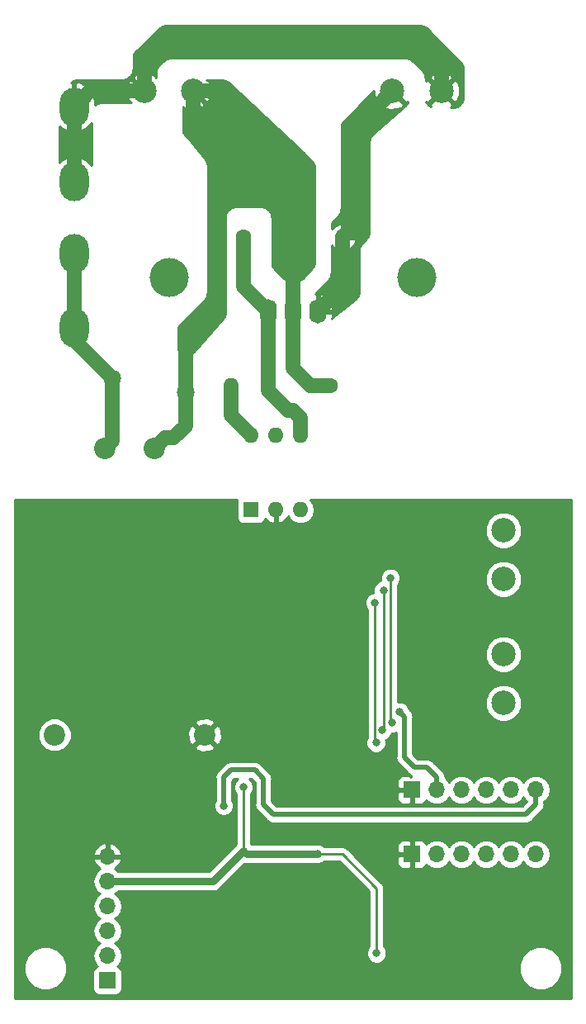
<source format=gbr>
G04 #@! TF.GenerationSoftware,KiCad,Pcbnew,(5.0.1)-4*
G04 #@! TF.CreationDate,2019-02-15T22:12:16-03:00*
G04 #@! TF.ProjectId,reflow,7265666C6F772E6B696361645F706362,rev?*
G04 #@! TF.SameCoordinates,Original*
G04 #@! TF.FileFunction,Copper,L2,Bot,Signal*
G04 #@! TF.FilePolarity,Positive*
%FSLAX46Y46*%
G04 Gerber Fmt 4.6, Leading zero omitted, Abs format (unit mm)*
G04 Created by KiCad (PCBNEW (5.0.1)-4) date 15/2/2019 22:12:16*
%MOMM*%
%LPD*%
G01*
G04 APERTURE LIST*
G04 #@! TA.AperFunction,ComponentPad*
%ADD10C,2.500000*%
G04 #@! TD*
G04 #@! TA.AperFunction,ComponentPad*
%ADD11O,1.700000X1.700000*%
G04 #@! TD*
G04 #@! TA.AperFunction,ComponentPad*
%ADD12R,1.700000X1.700000*%
G04 #@! TD*
G04 #@! TA.AperFunction,ComponentPad*
%ADD13O,1.600000X1.600000*%
G04 #@! TD*
G04 #@! TA.AperFunction,ComponentPad*
%ADD14R,1.600000X1.600000*%
G04 #@! TD*
G04 #@! TA.AperFunction,ComponentPad*
%ADD15O,1.750000X2.500000*%
G04 #@! TD*
G04 #@! TA.AperFunction,ComponentPad*
%ADD16C,4.000000*%
G04 #@! TD*
G04 #@! TA.AperFunction,ComponentPad*
%ADD17C,1.600000*%
G04 #@! TD*
G04 #@! TA.AperFunction,ComponentPad*
%ADD18C,2.200000*%
G04 #@! TD*
G04 #@! TA.AperFunction,ComponentPad*
%ADD19O,3.000000X4.000000*%
G04 #@! TD*
G04 #@! TA.AperFunction,ComponentPad*
%ADD20C,1.800000*%
G04 #@! TD*
G04 #@! TA.AperFunction,ViaPad*
%ADD21C,0.800000*%
G04 #@! TD*
G04 #@! TA.AperFunction,Conductor*
%ADD22C,1.500000*%
G04 #@! TD*
G04 #@! TA.AperFunction,Conductor*
%ADD23C,0.500000*%
G04 #@! TD*
G04 #@! TA.AperFunction,Conductor*
%ADD24C,0.750000*%
G04 #@! TD*
G04 #@! TA.AperFunction,Conductor*
%ADD25C,0.250000*%
G04 #@! TD*
G04 #@! TA.AperFunction,Conductor*
%ADD26C,0.254000*%
G04 #@! TD*
G04 APERTURE END LIST*
D10*
G04 #@! TO.P,J7,2*
G04 #@! TO.N,Net-(C10-Pad2)*
X172720000Y-85932000D03*
G04 #@! TO.P,J7,1*
G04 #@! TO.N,Net-(C10-Pad1)*
X172720000Y-90932000D03*
G04 #@! TD*
D11*
G04 #@! TO.P,J4,6*
G04 #@! TO.N,GND*
X132080000Y-106680000D03*
G04 #@! TO.P,J4,5*
G04 #@! TO.N,VDD*
X132080000Y-109220000D03*
G04 #@! TO.P,J4,4*
G04 #@! TO.N,Net-(J4-Pad4)*
X132080000Y-111760000D03*
G04 #@! TO.P,J4,3*
G04 #@! TO.N,Net-(J4-Pad3)*
X132080000Y-114300000D03*
G04 #@! TO.P,J4,2*
G04 #@! TO.N,Net-(J4-Pad2)*
X132080000Y-116840000D03*
D12*
G04 #@! TO.P,J4,1*
G04 #@! TO.N,Net-(J4-Pad1)*
X132080000Y-119380000D03*
G04 #@! TD*
D10*
G04 #@! TO.P,J1,2*
G04 #@! TO.N,/LOAD*
X161330000Y-28194000D03*
G04 #@! TO.P,J1,1*
G04 #@! TO.N,NEUTRAL*
X166330000Y-28194000D03*
G04 #@! TD*
G04 #@! TO.P,J2,1*
G04 #@! TO.N,LIVE*
X140890000Y-28194000D03*
G04 #@! TO.P,J2,2*
G04 #@! TO.N,NEUTRAL*
X135890000Y-28194000D03*
G04 #@! TD*
D13*
G04 #@! TO.P,U1,6*
G04 #@! TO.N,Net-(R1-Pad2)*
X146812000Y-63500000D03*
G04 #@! TO.P,U1,3*
G04 #@! TO.N,N/C*
X151892000Y-71120000D03*
G04 #@! TO.P,U1,5*
X149352000Y-63500000D03*
G04 #@! TO.P,U1,2*
G04 #@! TO.N,GND*
X149352000Y-71120000D03*
G04 #@! TO.P,U1,4*
G04 #@! TO.N,Net-(D1-Pad3)*
X151892000Y-63500000D03*
D14*
G04 #@! TO.P,U1,1*
G04 #@! TO.N,Net-(R10-Pad1)*
X146812000Y-71120000D03*
G04 #@! TD*
D15*
G04 #@! TO.P,D1,1*
G04 #@! TO.N,/LOAD*
X153670000Y-50800000D03*
G04 #@! TO.P,D1,2*
G04 #@! TO.N,LIVE*
X151130000Y-50800000D03*
G04 #@! TO.P,D1,3*
G04 #@! TO.N,Net-(D1-Pad3)*
X148590000Y-50800000D03*
D16*
G04 #@! TO.P,D1,*
G04 #@! TO.N,*
X163830000Y-47307500D03*
X138430000Y-47310000D03*
G04 #@! TD*
D13*
G04 #@! TO.P,R1,2*
G04 #@! TO.N,Net-(R1-Pad2)*
X144780000Y-58420000D03*
D17*
G04 #@! TO.P,R1,1*
G04 #@! TO.N,LIVE*
X154940000Y-58420000D03*
G04 #@! TD*
G04 #@! TO.P,R2,1*
G04 #@! TO.N,Net-(D1-Pad3)*
X146050000Y-43180000D03*
D13*
G04 #@! TO.P,R2,2*
G04 #@! TO.N,/LOAD*
X156210000Y-43180000D03*
G04 #@! TD*
D18*
G04 #@! TO.P,U2,1*
G04 #@! TO.N,LIVE*
X136866000Y-64802000D03*
G04 #@! TO.P,U2,2*
G04 #@! TO.N,Net-(F1-Pad2)*
X131866000Y-64802000D03*
G04 #@! TO.P,U2,3*
G04 #@! TO.N,GND*
X142066000Y-94202000D03*
G04 #@! TO.P,U2,4*
G04 #@! TO.N,VDD*
X126666000Y-94202000D03*
G04 #@! TD*
D11*
G04 #@! TO.P,J3,6*
G04 #@! TO.N,CS_AUX*
X176022000Y-99822000D03*
G04 #@! TO.P,J3,5*
G04 #@! TO.N,MCLK*
X173482000Y-99822000D03*
G04 #@! TO.P,J3,4*
G04 #@! TO.N,MISO*
X170942000Y-99822000D03*
G04 #@! TO.P,J3,3*
G04 #@! TO.N,MOSI*
X168402000Y-99822000D03*
G04 #@! TO.P,J3,2*
G04 #@! TO.N,VDD*
X165862000Y-99822000D03*
D12*
G04 #@! TO.P,J3,1*
G04 #@! TO.N,GND*
X163322000Y-99822000D03*
G04 #@! TD*
D11*
G04 #@! TO.P,J5,6*
G04 #@! TO.N,Net-(J5-Pad6)*
X176022000Y-106426000D03*
G04 #@! TO.P,J5,5*
G04 #@! TO.N,MCLK*
X173482000Y-106426000D03*
G04 #@! TO.P,J5,4*
G04 #@! TO.N,MISO*
X170942000Y-106426000D03*
G04 #@! TO.P,J5,3*
G04 #@! TO.N,MOSI*
X168402000Y-106426000D03*
G04 #@! TO.P,J5,2*
G04 #@! TO.N,VDD*
X165862000Y-106426000D03*
D12*
G04 #@! TO.P,J5,1*
G04 #@! TO.N,GND*
X163322000Y-106426000D03*
G04 #@! TD*
D10*
G04 #@! TO.P,J6,1*
G04 #@! TO.N,Net-(C4-Pad2)*
X172720000Y-78232000D03*
G04 #@! TO.P,J6,2*
G04 #@! TO.N,Net-(C5-Pad2)*
X172720000Y-73232000D03*
G04 #@! TD*
D19*
G04 #@! TO.P,F1,1*
G04 #@! TO.N,NEUTRAL*
X128651000Y-29831000D03*
X128651000Y-37451000D03*
G04 #@! TO.P,F1,2*
G04 #@! TO.N,Net-(F1-Pad2)*
X128651000Y-44831000D03*
X128651000Y-52451000D03*
G04 #@! TD*
D20*
G04 #@! TO.P,RV1,2*
G04 #@! TO.N,Net-(F1-Pad2)*
X132581000Y-57655000D03*
G04 #@! TO.P,RV1,1*
G04 #@! TO.N,LIVE*
X140081000Y-59055000D03*
G04 #@! TD*
D21*
G04 #@! TO.N,VDD*
X162052000Y-91821000D03*
X153670000Y-106396000D03*
X146050000Y-99554000D03*
X159700000Y-116586000D03*
G04 #@! TO.N,GND*
X156718000Y-94488000D03*
X160655000Y-71374000D03*
X160782000Y-74549000D03*
X157607000Y-78486000D03*
X129794000Y-119253000D03*
X170180000Y-81280000D03*
X177800000Y-81280000D03*
X177800000Y-71120000D03*
X177800000Y-91440000D03*
X177800000Y-114300000D03*
X170180000Y-119380000D03*
X162560000Y-119380000D03*
X147320000Y-119380000D03*
X142240000Y-119380000D03*
X124460000Y-104140000D03*
X137160000Y-104140000D03*
X137160000Y-91440000D03*
X124460000Y-91440000D03*
X124460000Y-78740000D03*
X124460000Y-71120000D03*
X137160000Y-71120000D03*
X137160000Y-78740000D03*
X154940000Y-81280000D03*
G04 #@! TO.N,MOSI*
X159512000Y-80645000D03*
X159639000Y-94996000D03*
G04 #@! TO.N,MISO*
X160401000Y-79375000D03*
X160274000Y-93726000D03*
G04 #@! TO.N,MCLK*
X161126000Y-78105000D03*
X161290000Y-92964000D03*
G04 #@! TO.N,CS_AUX*
X144018000Y-101454000D03*
G04 #@! TD*
D22*
G04 #@! TO.N,Net-(D1-Pad3)*
X151892000Y-63500000D02*
X151892000Y-61722000D01*
X151892000Y-61722000D02*
X151130000Y-60960000D01*
X151130000Y-60960000D02*
X150622000Y-60960000D01*
X148590000Y-58928000D02*
X148590000Y-50800000D01*
X150622000Y-60960000D02*
X148590000Y-58928000D01*
X148590000Y-50800000D02*
X146050000Y-48260000D01*
X146050000Y-48260000D02*
X146050000Y-43180000D01*
G04 #@! TO.N,/LOAD*
X160080001Y-29443999D02*
X160040001Y-29443999D01*
X161330000Y-28194000D02*
X160080001Y-29443999D01*
X160040001Y-29443999D02*
X157226000Y-32258000D01*
X157226000Y-42164000D02*
X156210000Y-43180000D01*
X157226000Y-32258000D02*
X157226000Y-42164000D01*
X156210000Y-48260000D02*
X153670000Y-50800000D01*
X156210000Y-43180000D02*
X156210000Y-48260000D01*
G04 #@! TO.N,Net-(R1-Pad2)*
X144780000Y-61468000D02*
X146812000Y-63500000D01*
X144780000Y-58420000D02*
X144780000Y-61468000D01*
D23*
G04 #@! TO.N,VDD*
X164846000Y-97536000D02*
X165862000Y-98552000D01*
X165862000Y-98552000D02*
X165862000Y-99822000D01*
X163576000Y-97536000D02*
X164846000Y-97536000D01*
D24*
X132080000Y-109220000D02*
X142875000Y-109220000D01*
D25*
X146050000Y-106045000D02*
X146050000Y-99554000D01*
D24*
X142875000Y-109220000D02*
X146050000Y-106045000D01*
D25*
X146401000Y-106396000D02*
X146050000Y-106045000D01*
D24*
X153670000Y-106396000D02*
X146401000Y-106396000D01*
D25*
X153670000Y-106396000D02*
X156180000Y-106396000D01*
X156180000Y-106396000D02*
X159700000Y-109916000D01*
X159700000Y-109916000D02*
X159700000Y-116586000D01*
D23*
X162052000Y-91821000D02*
X162560000Y-92329000D01*
X162560000Y-92329000D02*
X162560000Y-96520000D01*
X162560000Y-96520000D02*
X163576000Y-97536000D01*
D25*
G04 #@! TO.N,MOSI*
X159512000Y-94869000D02*
X159639000Y-94996000D01*
X159512000Y-80645000D02*
X159512000Y-94869000D01*
G04 #@! TO.N,MISO*
X160401000Y-93599000D02*
X160274000Y-93726000D01*
X160401000Y-79375000D02*
X160401000Y-93599000D01*
G04 #@! TO.N,MCLK*
X161126000Y-79756000D02*
X161126000Y-92800000D01*
X161126000Y-92800000D02*
X161290000Y-92964000D01*
X161126000Y-79756000D02*
X161126000Y-78105000D01*
D22*
G04 #@! TO.N,LIVE*
X137965999Y-63702001D02*
X138886001Y-63702001D01*
X136866000Y-64802000D02*
X137965999Y-63702001D01*
X140081000Y-62507002D02*
X140081000Y-59055000D01*
X138886001Y-63702001D02*
X140081000Y-62507002D01*
X154940000Y-58420000D02*
X152908000Y-58420000D01*
X151130000Y-56642000D02*
X151130000Y-50800000D01*
X152908000Y-58420000D02*
X151130000Y-56642000D01*
X142657766Y-28194000D02*
X145959766Y-31496000D01*
X140890000Y-28194000D02*
X142657766Y-28194000D01*
X145959766Y-31496000D02*
X148082000Y-31496000D01*
X151130000Y-34544000D02*
X151130000Y-50800000D01*
X148082000Y-31496000D02*
X151130000Y-34544000D01*
X140081000Y-57782208D02*
X140081000Y-59055000D01*
X140081000Y-54343468D02*
X140081000Y-57782208D01*
X143186234Y-51238234D02*
X140081000Y-54343468D01*
X143186234Y-32258000D02*
X143186234Y-51238234D01*
X140890000Y-29961766D02*
X143186234Y-32258000D01*
X140890000Y-28194000D02*
X140890000Y-29961766D01*
G04 #@! TO.N,Net-(F1-Pad2)*
X128651000Y-44831000D02*
X128651000Y-52451000D01*
X128651000Y-53725000D02*
X132581000Y-57655000D01*
X128651000Y-52451000D02*
X128651000Y-53725000D01*
X132581000Y-64087000D02*
X131866000Y-64802000D01*
X132581000Y-57655000D02*
X132581000Y-64087000D01*
G04 #@! TO.N,NEUTRAL*
X135890000Y-25146000D02*
X135890000Y-28194000D01*
X137668000Y-23368000D02*
X135890000Y-25146000D01*
X163830000Y-23368000D02*
X137668000Y-23368000D01*
X166330000Y-28194000D02*
X166330000Y-25868000D01*
X166330000Y-25868000D02*
X163830000Y-23368000D01*
X130288000Y-28194000D02*
X128651000Y-29831000D01*
X135890000Y-28194000D02*
X130288000Y-28194000D01*
X128651000Y-29831000D02*
X128651000Y-37451000D01*
D23*
G04 #@! TO.N,CS_AUX*
X175006000Y-102362000D02*
X176022000Y-101346000D01*
X149098000Y-102362000D02*
X175006000Y-102362000D01*
X144018000Y-101346000D02*
X144018000Y-98552000D01*
X144780000Y-97790000D02*
X147193000Y-97790000D01*
X176022000Y-101346000D02*
X176022000Y-99822000D01*
X144018000Y-98552000D02*
X144780000Y-97790000D01*
X148082000Y-98679000D02*
X148082000Y-101346000D01*
X147193000Y-97790000D02*
X148082000Y-98679000D01*
X148082000Y-101346000D02*
X149098000Y-102362000D01*
G04 #@! TD*
D26*
G04 #@! TO.N,GND*
G36*
X145364560Y-70320000D02*
X145364560Y-71920000D01*
X145413843Y-72167765D01*
X145554191Y-72377809D01*
X145764235Y-72518157D01*
X146012000Y-72567440D01*
X147612000Y-72567440D01*
X147859765Y-72518157D01*
X148069809Y-72377809D01*
X148210157Y-72167765D01*
X148241013Y-72012639D01*
X148614577Y-72351041D01*
X149002961Y-72511904D01*
X149225000Y-72389915D01*
X149225000Y-71247000D01*
X149205000Y-71247000D01*
X149205000Y-70993000D01*
X149225000Y-70993000D01*
X149225000Y-70973000D01*
X149479000Y-70973000D01*
X149479000Y-70993000D01*
X149499000Y-70993000D01*
X149499000Y-71247000D01*
X149479000Y-71247000D01*
X149479000Y-72389915D01*
X149701039Y-72511904D01*
X150089423Y-72351041D01*
X150504389Y-71975134D01*
X150601053Y-71770892D01*
X150857423Y-72154577D01*
X151332091Y-72471740D01*
X151750667Y-72555000D01*
X152033333Y-72555000D01*
X152451909Y-72471740D01*
X152926577Y-72154577D01*
X153243740Y-71679909D01*
X153355113Y-71120000D01*
X153243740Y-70560091D01*
X152931542Y-70092853D01*
X179630000Y-70092853D01*
X179630001Y-121210000D01*
X122630000Y-121210000D01*
X122630000Y-117665431D01*
X123495000Y-117665431D01*
X123495000Y-118554569D01*
X123835259Y-119376026D01*
X124463974Y-120004741D01*
X125285431Y-120345000D01*
X126174569Y-120345000D01*
X126996026Y-120004741D01*
X127624741Y-119376026D01*
X127965000Y-118554569D01*
X127965000Y-117665431D01*
X127624741Y-116843974D01*
X126996026Y-116215259D01*
X126174569Y-115875000D01*
X125285431Y-115875000D01*
X124463974Y-116215259D01*
X123835259Y-116843974D01*
X123495000Y-117665431D01*
X122630000Y-117665431D01*
X122630000Y-109220000D01*
X130565908Y-109220000D01*
X130681161Y-109799418D01*
X131009375Y-110290625D01*
X131307761Y-110490000D01*
X131009375Y-110689375D01*
X130681161Y-111180582D01*
X130565908Y-111760000D01*
X130681161Y-112339418D01*
X131009375Y-112830625D01*
X131307761Y-113030000D01*
X131009375Y-113229375D01*
X130681161Y-113720582D01*
X130565908Y-114300000D01*
X130681161Y-114879418D01*
X131009375Y-115370625D01*
X131307761Y-115570000D01*
X131009375Y-115769375D01*
X130681161Y-116260582D01*
X130565908Y-116840000D01*
X130681161Y-117419418D01*
X131009375Y-117910625D01*
X131027619Y-117922816D01*
X130982235Y-117931843D01*
X130772191Y-118072191D01*
X130631843Y-118282235D01*
X130582560Y-118530000D01*
X130582560Y-120230000D01*
X130631843Y-120477765D01*
X130772191Y-120687809D01*
X130982235Y-120828157D01*
X131230000Y-120877440D01*
X132930000Y-120877440D01*
X133177765Y-120828157D01*
X133387809Y-120687809D01*
X133528157Y-120477765D01*
X133577440Y-120230000D01*
X133577440Y-118530000D01*
X133528157Y-118282235D01*
X133387809Y-118072191D01*
X133177765Y-117931843D01*
X133132381Y-117922816D01*
X133150625Y-117910625D01*
X133314458Y-117665431D01*
X174295000Y-117665431D01*
X174295000Y-118554569D01*
X174635259Y-119376026D01*
X175263974Y-120004741D01*
X176085431Y-120345000D01*
X176974569Y-120345000D01*
X177796026Y-120004741D01*
X178424741Y-119376026D01*
X178765000Y-118554569D01*
X178765000Y-117665431D01*
X178424741Y-116843974D01*
X177796026Y-116215259D01*
X176974569Y-115875000D01*
X176085431Y-115875000D01*
X175263974Y-116215259D01*
X174635259Y-116843974D01*
X174295000Y-117665431D01*
X133314458Y-117665431D01*
X133478839Y-117419418D01*
X133594092Y-116840000D01*
X133478839Y-116260582D01*
X133150625Y-115769375D01*
X132852239Y-115570000D01*
X133150625Y-115370625D01*
X133478839Y-114879418D01*
X133594092Y-114300000D01*
X133478839Y-113720582D01*
X133150625Y-113229375D01*
X132852239Y-113030000D01*
X133150625Y-112830625D01*
X133478839Y-112339418D01*
X133594092Y-111760000D01*
X133478839Y-111180582D01*
X133150625Y-110689375D01*
X132852239Y-110490000D01*
X133150625Y-110290625D01*
X133191133Y-110230000D01*
X142775529Y-110230000D01*
X142875000Y-110249786D01*
X142974471Y-110230000D01*
X142974476Y-110230000D01*
X143269082Y-110171399D01*
X143603169Y-109948169D01*
X143659518Y-109863837D01*
X146147911Y-107375444D01*
X146301524Y-107406000D01*
X153403771Y-107406000D01*
X153464126Y-107431000D01*
X153875874Y-107431000D01*
X154256280Y-107273431D01*
X154373711Y-107156000D01*
X155865199Y-107156000D01*
X158940000Y-110230802D01*
X158940001Y-115882288D01*
X158822569Y-115999720D01*
X158665000Y-116380126D01*
X158665000Y-116791874D01*
X158822569Y-117172280D01*
X159113720Y-117463431D01*
X159494126Y-117621000D01*
X159905874Y-117621000D01*
X160286280Y-117463431D01*
X160577431Y-117172280D01*
X160735000Y-116791874D01*
X160735000Y-116380126D01*
X160577431Y-115999720D01*
X160460000Y-115882289D01*
X160460000Y-109990848D01*
X160474888Y-109916000D01*
X160460000Y-109841152D01*
X160460000Y-109841148D01*
X160415904Y-109619463D01*
X160415904Y-109619462D01*
X160290329Y-109431527D01*
X160247929Y-109368071D01*
X160184473Y-109325671D01*
X157570552Y-106711750D01*
X161837000Y-106711750D01*
X161837000Y-107402309D01*
X161933673Y-107635698D01*
X162112301Y-107814327D01*
X162345690Y-107911000D01*
X163036250Y-107911000D01*
X163195000Y-107752250D01*
X163195000Y-106553000D01*
X161995750Y-106553000D01*
X161837000Y-106711750D01*
X157570552Y-106711750D01*
X156770331Y-105911530D01*
X156727929Y-105848071D01*
X156476537Y-105680096D01*
X156254852Y-105636000D01*
X156254847Y-105636000D01*
X156180000Y-105621112D01*
X156105153Y-105636000D01*
X154373711Y-105636000D01*
X154256280Y-105518569D01*
X154089994Y-105449691D01*
X161837000Y-105449691D01*
X161837000Y-106140250D01*
X161995750Y-106299000D01*
X163195000Y-106299000D01*
X163195000Y-105099750D01*
X163449000Y-105099750D01*
X163449000Y-106299000D01*
X163469000Y-106299000D01*
X163469000Y-106553000D01*
X163449000Y-106553000D01*
X163449000Y-107752250D01*
X163607750Y-107911000D01*
X164298310Y-107911000D01*
X164531699Y-107814327D01*
X164710327Y-107635698D01*
X164776904Y-107474967D01*
X164791375Y-107496625D01*
X165282582Y-107824839D01*
X165715744Y-107911000D01*
X166008256Y-107911000D01*
X166441418Y-107824839D01*
X166932625Y-107496625D01*
X167132000Y-107198239D01*
X167331375Y-107496625D01*
X167822582Y-107824839D01*
X168255744Y-107911000D01*
X168548256Y-107911000D01*
X168981418Y-107824839D01*
X169472625Y-107496625D01*
X169672000Y-107198239D01*
X169871375Y-107496625D01*
X170362582Y-107824839D01*
X170795744Y-107911000D01*
X171088256Y-107911000D01*
X171521418Y-107824839D01*
X172012625Y-107496625D01*
X172212000Y-107198239D01*
X172411375Y-107496625D01*
X172902582Y-107824839D01*
X173335744Y-107911000D01*
X173628256Y-107911000D01*
X174061418Y-107824839D01*
X174552625Y-107496625D01*
X174752000Y-107198239D01*
X174951375Y-107496625D01*
X175442582Y-107824839D01*
X175875744Y-107911000D01*
X176168256Y-107911000D01*
X176601418Y-107824839D01*
X177092625Y-107496625D01*
X177420839Y-107005418D01*
X177536092Y-106426000D01*
X177420839Y-105846582D01*
X177092625Y-105355375D01*
X176601418Y-105027161D01*
X176168256Y-104941000D01*
X175875744Y-104941000D01*
X175442582Y-105027161D01*
X174951375Y-105355375D01*
X174752000Y-105653761D01*
X174552625Y-105355375D01*
X174061418Y-105027161D01*
X173628256Y-104941000D01*
X173335744Y-104941000D01*
X172902582Y-105027161D01*
X172411375Y-105355375D01*
X172212000Y-105653761D01*
X172012625Y-105355375D01*
X171521418Y-105027161D01*
X171088256Y-104941000D01*
X170795744Y-104941000D01*
X170362582Y-105027161D01*
X169871375Y-105355375D01*
X169672000Y-105653761D01*
X169472625Y-105355375D01*
X168981418Y-105027161D01*
X168548256Y-104941000D01*
X168255744Y-104941000D01*
X167822582Y-105027161D01*
X167331375Y-105355375D01*
X167132000Y-105653761D01*
X166932625Y-105355375D01*
X166441418Y-105027161D01*
X166008256Y-104941000D01*
X165715744Y-104941000D01*
X165282582Y-105027161D01*
X164791375Y-105355375D01*
X164776904Y-105377033D01*
X164710327Y-105216302D01*
X164531699Y-105037673D01*
X164298310Y-104941000D01*
X163607750Y-104941000D01*
X163449000Y-105099750D01*
X163195000Y-105099750D01*
X163036250Y-104941000D01*
X162345690Y-104941000D01*
X162112301Y-105037673D01*
X161933673Y-105216302D01*
X161837000Y-105449691D01*
X154089994Y-105449691D01*
X153875874Y-105361000D01*
X153464126Y-105361000D01*
X153403771Y-105386000D01*
X146824386Y-105386000D01*
X146810000Y-105364470D01*
X146810000Y-100257711D01*
X146927431Y-100140280D01*
X147085000Y-99759874D01*
X147085000Y-99348126D01*
X146927431Y-98967720D01*
X146636280Y-98676569D01*
X146632492Y-98675000D01*
X146826422Y-98675000D01*
X147197000Y-99045579D01*
X147197001Y-101258835D01*
X147179663Y-101346000D01*
X147248348Y-101691309D01*
X147394576Y-101910154D01*
X147394577Y-101910155D01*
X147443952Y-101984049D01*
X147517845Y-102033423D01*
X148410577Y-102926156D01*
X148459951Y-103000049D01*
X148533844Y-103049423D01*
X148533845Y-103049424D01*
X148752690Y-103195652D01*
X149010835Y-103247000D01*
X149010839Y-103247000D01*
X149098000Y-103264337D01*
X149185161Y-103247000D01*
X174918839Y-103247000D01*
X175006000Y-103264337D01*
X175093161Y-103247000D01*
X175093165Y-103247000D01*
X175351310Y-103195652D01*
X175644049Y-103000049D01*
X175693425Y-102926153D01*
X176586156Y-102033423D01*
X176660049Y-101984049D01*
X176709425Y-101910154D01*
X176855652Y-101691310D01*
X176861905Y-101659874D01*
X176907000Y-101433165D01*
X176907000Y-101433161D01*
X176924337Y-101346000D01*
X176907000Y-101258839D01*
X176907000Y-101016656D01*
X177092625Y-100892625D01*
X177420839Y-100401418D01*
X177536092Y-99822000D01*
X177420839Y-99242582D01*
X177092625Y-98751375D01*
X176601418Y-98423161D01*
X176168256Y-98337000D01*
X175875744Y-98337000D01*
X175442582Y-98423161D01*
X174951375Y-98751375D01*
X174752000Y-99049761D01*
X174552625Y-98751375D01*
X174061418Y-98423161D01*
X173628256Y-98337000D01*
X173335744Y-98337000D01*
X172902582Y-98423161D01*
X172411375Y-98751375D01*
X172212000Y-99049761D01*
X172012625Y-98751375D01*
X171521418Y-98423161D01*
X171088256Y-98337000D01*
X170795744Y-98337000D01*
X170362582Y-98423161D01*
X169871375Y-98751375D01*
X169672000Y-99049761D01*
X169472625Y-98751375D01*
X168981418Y-98423161D01*
X168548256Y-98337000D01*
X168255744Y-98337000D01*
X167822582Y-98423161D01*
X167331375Y-98751375D01*
X167132000Y-99049761D01*
X166932625Y-98751375D01*
X166749075Y-98628731D01*
X166764337Y-98552000D01*
X166747000Y-98464839D01*
X166747000Y-98464835D01*
X166695652Y-98206690D01*
X166647957Y-98135310D01*
X166549424Y-97987845D01*
X166549423Y-97987844D01*
X166500049Y-97913951D01*
X166426156Y-97864577D01*
X165533425Y-96971847D01*
X165484049Y-96897951D01*
X165191310Y-96702348D01*
X164933165Y-96651000D01*
X164933161Y-96651000D01*
X164846000Y-96633663D01*
X164758839Y-96651000D01*
X163942579Y-96651000D01*
X163445000Y-96153422D01*
X163445000Y-92416159D01*
X163462337Y-92328999D01*
X163445000Y-92241839D01*
X163445000Y-92241835D01*
X163393652Y-91983690D01*
X163198049Y-91690951D01*
X163124154Y-91641576D01*
X163079431Y-91596853D01*
X162929431Y-91234720D01*
X162638280Y-90943569D01*
X162257874Y-90786000D01*
X161886000Y-90786000D01*
X161886000Y-90557050D01*
X170835000Y-90557050D01*
X170835000Y-91306950D01*
X171121974Y-91999767D01*
X171652233Y-92530026D01*
X172345050Y-92817000D01*
X173094950Y-92817000D01*
X173787767Y-92530026D01*
X174318026Y-91999767D01*
X174605000Y-91306950D01*
X174605000Y-90557050D01*
X174318026Y-89864233D01*
X173787767Y-89333974D01*
X173094950Y-89047000D01*
X172345050Y-89047000D01*
X171652233Y-89333974D01*
X171121974Y-89864233D01*
X170835000Y-90557050D01*
X161886000Y-90557050D01*
X161886000Y-85557050D01*
X170835000Y-85557050D01*
X170835000Y-86306950D01*
X171121974Y-86999767D01*
X171652233Y-87530026D01*
X172345050Y-87817000D01*
X173094950Y-87817000D01*
X173787767Y-87530026D01*
X174318026Y-86999767D01*
X174605000Y-86306950D01*
X174605000Y-85557050D01*
X174318026Y-84864233D01*
X173787767Y-84333974D01*
X173094950Y-84047000D01*
X172345050Y-84047000D01*
X171652233Y-84333974D01*
X171121974Y-84864233D01*
X170835000Y-85557050D01*
X161886000Y-85557050D01*
X161886000Y-78808711D01*
X162003431Y-78691280D01*
X162161000Y-78310874D01*
X162161000Y-77899126D01*
X162143572Y-77857050D01*
X170835000Y-77857050D01*
X170835000Y-78606950D01*
X171121974Y-79299767D01*
X171652233Y-79830026D01*
X172345050Y-80117000D01*
X173094950Y-80117000D01*
X173787767Y-79830026D01*
X174318026Y-79299767D01*
X174605000Y-78606950D01*
X174605000Y-77857050D01*
X174318026Y-77164233D01*
X173787767Y-76633974D01*
X173094950Y-76347000D01*
X172345050Y-76347000D01*
X171652233Y-76633974D01*
X171121974Y-77164233D01*
X170835000Y-77857050D01*
X162143572Y-77857050D01*
X162003431Y-77518720D01*
X161712280Y-77227569D01*
X161331874Y-77070000D01*
X160920126Y-77070000D01*
X160539720Y-77227569D01*
X160248569Y-77518720D01*
X160091000Y-77899126D01*
X160091000Y-78310874D01*
X160116546Y-78372549D01*
X159814720Y-78497569D01*
X159523569Y-78788720D01*
X159366000Y-79169126D01*
X159366000Y-79580874D01*
X159378064Y-79610000D01*
X159306126Y-79610000D01*
X158925720Y-79767569D01*
X158634569Y-80058720D01*
X158477000Y-80439126D01*
X158477000Y-80850874D01*
X158634569Y-81231280D01*
X158752000Y-81348711D01*
X158752001Y-94432819D01*
X158604000Y-94790126D01*
X158604000Y-95201874D01*
X158761569Y-95582280D01*
X159052720Y-95873431D01*
X159433126Y-96031000D01*
X159844874Y-96031000D01*
X160225280Y-95873431D01*
X160516431Y-95582280D01*
X160674000Y-95201874D01*
X160674000Y-94790126D01*
X160635273Y-94696632D01*
X160860280Y-94603431D01*
X161151431Y-94312280D01*
X161281196Y-93999000D01*
X161495874Y-93999000D01*
X161675000Y-93924804D01*
X161675001Y-96432835D01*
X161657663Y-96520000D01*
X161726348Y-96865309D01*
X161872576Y-97084154D01*
X161872578Y-97084156D01*
X161921952Y-97158049D01*
X161995845Y-97207423D01*
X162888577Y-98100156D01*
X162937951Y-98174049D01*
X163011844Y-98223423D01*
X163011845Y-98223424D01*
X163176869Y-98333690D01*
X163194998Y-98345803D01*
X163194998Y-98495748D01*
X163036250Y-98337000D01*
X162345690Y-98337000D01*
X162112301Y-98433673D01*
X161933673Y-98612302D01*
X161837000Y-98845691D01*
X161837000Y-99536250D01*
X161995750Y-99695000D01*
X163195000Y-99695000D01*
X163195000Y-99675000D01*
X163449000Y-99675000D01*
X163449000Y-99695000D01*
X163469000Y-99695000D01*
X163469000Y-99949000D01*
X163449000Y-99949000D01*
X163449000Y-101148250D01*
X163607750Y-101307000D01*
X164298310Y-101307000D01*
X164531699Y-101210327D01*
X164710327Y-101031698D01*
X164776904Y-100870967D01*
X164791375Y-100892625D01*
X165282582Y-101220839D01*
X165715744Y-101307000D01*
X166008256Y-101307000D01*
X166441418Y-101220839D01*
X166932625Y-100892625D01*
X167132000Y-100594239D01*
X167331375Y-100892625D01*
X167822582Y-101220839D01*
X168255744Y-101307000D01*
X168548256Y-101307000D01*
X168981418Y-101220839D01*
X169472625Y-100892625D01*
X169672000Y-100594239D01*
X169871375Y-100892625D01*
X170362582Y-101220839D01*
X170795744Y-101307000D01*
X171088256Y-101307000D01*
X171521418Y-101220839D01*
X172012625Y-100892625D01*
X172212000Y-100594239D01*
X172411375Y-100892625D01*
X172902582Y-101220839D01*
X173335744Y-101307000D01*
X173628256Y-101307000D01*
X174061418Y-101220839D01*
X174552625Y-100892625D01*
X174752000Y-100594239D01*
X174951375Y-100892625D01*
X175114680Y-101001742D01*
X174639422Y-101477000D01*
X149464579Y-101477000D01*
X148967000Y-100979422D01*
X148967000Y-100107750D01*
X161837000Y-100107750D01*
X161837000Y-100798309D01*
X161933673Y-101031698D01*
X162112301Y-101210327D01*
X162345690Y-101307000D01*
X163036250Y-101307000D01*
X163195000Y-101148250D01*
X163195000Y-99949000D01*
X161995750Y-99949000D01*
X161837000Y-100107750D01*
X148967000Y-100107750D01*
X148967000Y-98766161D01*
X148984337Y-98679000D01*
X148967000Y-98591839D01*
X148967000Y-98591835D01*
X148915652Y-98333690D01*
X148783098Y-98135310D01*
X148769424Y-98114845D01*
X148769423Y-98114844D01*
X148720049Y-98040951D01*
X148646156Y-97991577D01*
X147880425Y-97225847D01*
X147831049Y-97151951D01*
X147538310Y-96956348D01*
X147280165Y-96905000D01*
X147280161Y-96905000D01*
X147193000Y-96887663D01*
X147105839Y-96905000D01*
X144867161Y-96905000D01*
X144780000Y-96887663D01*
X144692839Y-96905000D01*
X144692835Y-96905000D01*
X144434690Y-96956348D01*
X144215845Y-97102576D01*
X144215844Y-97102577D01*
X144141951Y-97151951D01*
X144092577Y-97225844D01*
X143453845Y-97864577D01*
X143379952Y-97913951D01*
X143330578Y-97987844D01*
X143330576Y-97987846D01*
X143184348Y-98206691D01*
X143115663Y-98552000D01*
X143133001Y-98639165D01*
X143133000Y-100885993D01*
X142983000Y-101248126D01*
X142983000Y-101659874D01*
X143140569Y-102040280D01*
X143431720Y-102331431D01*
X143812126Y-102489000D01*
X144223874Y-102489000D01*
X144604280Y-102331431D01*
X144895431Y-102040280D01*
X145053000Y-101659874D01*
X145053000Y-101248126D01*
X144903000Y-100885993D01*
X144903000Y-98918578D01*
X145146579Y-98675000D01*
X145467508Y-98675000D01*
X145463720Y-98676569D01*
X145172569Y-98967720D01*
X145015000Y-99348126D01*
X145015000Y-99759874D01*
X145172569Y-100140280D01*
X145290001Y-100257712D01*
X145290000Y-105376645D01*
X142456645Y-108210000D01*
X133191133Y-108210000D01*
X133150625Y-108149375D01*
X132831522Y-107936157D01*
X132961358Y-107875183D01*
X133351645Y-107446924D01*
X133521476Y-107036890D01*
X133400155Y-106807000D01*
X132207000Y-106807000D01*
X132207000Y-106827000D01*
X131953000Y-106827000D01*
X131953000Y-106807000D01*
X130759845Y-106807000D01*
X130638524Y-107036890D01*
X130808355Y-107446924D01*
X131198642Y-107875183D01*
X131328478Y-107936157D01*
X131009375Y-108149375D01*
X130681161Y-108640582D01*
X130565908Y-109220000D01*
X122630000Y-109220000D01*
X122630000Y-106323110D01*
X130638524Y-106323110D01*
X130759845Y-106553000D01*
X131953000Y-106553000D01*
X131953000Y-105359181D01*
X132207000Y-105359181D01*
X132207000Y-106553000D01*
X133400155Y-106553000D01*
X133521476Y-106323110D01*
X133351645Y-105913076D01*
X132961358Y-105484817D01*
X132436892Y-105238514D01*
X132207000Y-105359181D01*
X131953000Y-105359181D01*
X131723108Y-105238514D01*
X131198642Y-105484817D01*
X130808355Y-105913076D01*
X130638524Y-106323110D01*
X122630000Y-106323110D01*
X122630000Y-93856887D01*
X124931000Y-93856887D01*
X124931000Y-94547113D01*
X125195138Y-95184799D01*
X125683201Y-95672862D01*
X126320887Y-95937000D01*
X127011113Y-95937000D01*
X127648799Y-95672862D01*
X127894793Y-95426868D01*
X141020737Y-95426868D01*
X141131641Y-95704099D01*
X141777593Y-95947323D01*
X142467453Y-95924836D01*
X143000359Y-95704099D01*
X143111263Y-95426868D01*
X142066000Y-94381605D01*
X141020737Y-95426868D01*
X127894793Y-95426868D01*
X128136862Y-95184799D01*
X128401000Y-94547113D01*
X128401000Y-93913593D01*
X140320677Y-93913593D01*
X140343164Y-94603453D01*
X140563901Y-95136359D01*
X140841132Y-95247263D01*
X141886395Y-94202000D01*
X142245605Y-94202000D01*
X143290868Y-95247263D01*
X143568099Y-95136359D01*
X143811323Y-94490407D01*
X143788836Y-93800547D01*
X143568099Y-93267641D01*
X143290868Y-93156737D01*
X142245605Y-94202000D01*
X141886395Y-94202000D01*
X140841132Y-93156737D01*
X140563901Y-93267641D01*
X140320677Y-93913593D01*
X128401000Y-93913593D01*
X128401000Y-93856887D01*
X128136862Y-93219201D01*
X127894793Y-92977132D01*
X141020737Y-92977132D01*
X142066000Y-94022395D01*
X143111263Y-92977132D01*
X143000359Y-92699901D01*
X142354407Y-92456677D01*
X141664547Y-92479164D01*
X141131641Y-92699901D01*
X141020737Y-92977132D01*
X127894793Y-92977132D01*
X127648799Y-92731138D01*
X127011113Y-92467000D01*
X126320887Y-92467000D01*
X125683201Y-92731138D01*
X125195138Y-93219201D01*
X124931000Y-93856887D01*
X122630000Y-93856887D01*
X122630000Y-72857050D01*
X170835000Y-72857050D01*
X170835000Y-73606950D01*
X171121974Y-74299767D01*
X171652233Y-74830026D01*
X172345050Y-75117000D01*
X173094950Y-75117000D01*
X173787767Y-74830026D01*
X174318026Y-74299767D01*
X174605000Y-73606950D01*
X174605000Y-72857050D01*
X174318026Y-72164233D01*
X173787767Y-71633974D01*
X173094950Y-71347000D01*
X172345050Y-71347000D01*
X171652233Y-71633974D01*
X171121974Y-72164233D01*
X170835000Y-72857050D01*
X122630000Y-72857050D01*
X122630000Y-70092853D01*
X145409742Y-70092853D01*
X145364560Y-70320000D01*
X145364560Y-70320000D01*
G37*
X145364560Y-70320000D02*
X145364560Y-71920000D01*
X145413843Y-72167765D01*
X145554191Y-72377809D01*
X145764235Y-72518157D01*
X146012000Y-72567440D01*
X147612000Y-72567440D01*
X147859765Y-72518157D01*
X148069809Y-72377809D01*
X148210157Y-72167765D01*
X148241013Y-72012639D01*
X148614577Y-72351041D01*
X149002961Y-72511904D01*
X149225000Y-72389915D01*
X149225000Y-71247000D01*
X149205000Y-71247000D01*
X149205000Y-70993000D01*
X149225000Y-70993000D01*
X149225000Y-70973000D01*
X149479000Y-70973000D01*
X149479000Y-70993000D01*
X149499000Y-70993000D01*
X149499000Y-71247000D01*
X149479000Y-71247000D01*
X149479000Y-72389915D01*
X149701039Y-72511904D01*
X150089423Y-72351041D01*
X150504389Y-71975134D01*
X150601053Y-71770892D01*
X150857423Y-72154577D01*
X151332091Y-72471740D01*
X151750667Y-72555000D01*
X152033333Y-72555000D01*
X152451909Y-72471740D01*
X152926577Y-72154577D01*
X153243740Y-71679909D01*
X153355113Y-71120000D01*
X153243740Y-70560091D01*
X152931542Y-70092853D01*
X179630000Y-70092853D01*
X179630001Y-121210000D01*
X122630000Y-121210000D01*
X122630000Y-117665431D01*
X123495000Y-117665431D01*
X123495000Y-118554569D01*
X123835259Y-119376026D01*
X124463974Y-120004741D01*
X125285431Y-120345000D01*
X126174569Y-120345000D01*
X126996026Y-120004741D01*
X127624741Y-119376026D01*
X127965000Y-118554569D01*
X127965000Y-117665431D01*
X127624741Y-116843974D01*
X126996026Y-116215259D01*
X126174569Y-115875000D01*
X125285431Y-115875000D01*
X124463974Y-116215259D01*
X123835259Y-116843974D01*
X123495000Y-117665431D01*
X122630000Y-117665431D01*
X122630000Y-109220000D01*
X130565908Y-109220000D01*
X130681161Y-109799418D01*
X131009375Y-110290625D01*
X131307761Y-110490000D01*
X131009375Y-110689375D01*
X130681161Y-111180582D01*
X130565908Y-111760000D01*
X130681161Y-112339418D01*
X131009375Y-112830625D01*
X131307761Y-113030000D01*
X131009375Y-113229375D01*
X130681161Y-113720582D01*
X130565908Y-114300000D01*
X130681161Y-114879418D01*
X131009375Y-115370625D01*
X131307761Y-115570000D01*
X131009375Y-115769375D01*
X130681161Y-116260582D01*
X130565908Y-116840000D01*
X130681161Y-117419418D01*
X131009375Y-117910625D01*
X131027619Y-117922816D01*
X130982235Y-117931843D01*
X130772191Y-118072191D01*
X130631843Y-118282235D01*
X130582560Y-118530000D01*
X130582560Y-120230000D01*
X130631843Y-120477765D01*
X130772191Y-120687809D01*
X130982235Y-120828157D01*
X131230000Y-120877440D01*
X132930000Y-120877440D01*
X133177765Y-120828157D01*
X133387809Y-120687809D01*
X133528157Y-120477765D01*
X133577440Y-120230000D01*
X133577440Y-118530000D01*
X133528157Y-118282235D01*
X133387809Y-118072191D01*
X133177765Y-117931843D01*
X133132381Y-117922816D01*
X133150625Y-117910625D01*
X133314458Y-117665431D01*
X174295000Y-117665431D01*
X174295000Y-118554569D01*
X174635259Y-119376026D01*
X175263974Y-120004741D01*
X176085431Y-120345000D01*
X176974569Y-120345000D01*
X177796026Y-120004741D01*
X178424741Y-119376026D01*
X178765000Y-118554569D01*
X178765000Y-117665431D01*
X178424741Y-116843974D01*
X177796026Y-116215259D01*
X176974569Y-115875000D01*
X176085431Y-115875000D01*
X175263974Y-116215259D01*
X174635259Y-116843974D01*
X174295000Y-117665431D01*
X133314458Y-117665431D01*
X133478839Y-117419418D01*
X133594092Y-116840000D01*
X133478839Y-116260582D01*
X133150625Y-115769375D01*
X132852239Y-115570000D01*
X133150625Y-115370625D01*
X133478839Y-114879418D01*
X133594092Y-114300000D01*
X133478839Y-113720582D01*
X133150625Y-113229375D01*
X132852239Y-113030000D01*
X133150625Y-112830625D01*
X133478839Y-112339418D01*
X133594092Y-111760000D01*
X133478839Y-111180582D01*
X133150625Y-110689375D01*
X132852239Y-110490000D01*
X133150625Y-110290625D01*
X133191133Y-110230000D01*
X142775529Y-110230000D01*
X142875000Y-110249786D01*
X142974471Y-110230000D01*
X142974476Y-110230000D01*
X143269082Y-110171399D01*
X143603169Y-109948169D01*
X143659518Y-109863837D01*
X146147911Y-107375444D01*
X146301524Y-107406000D01*
X153403771Y-107406000D01*
X153464126Y-107431000D01*
X153875874Y-107431000D01*
X154256280Y-107273431D01*
X154373711Y-107156000D01*
X155865199Y-107156000D01*
X158940000Y-110230802D01*
X158940001Y-115882288D01*
X158822569Y-115999720D01*
X158665000Y-116380126D01*
X158665000Y-116791874D01*
X158822569Y-117172280D01*
X159113720Y-117463431D01*
X159494126Y-117621000D01*
X159905874Y-117621000D01*
X160286280Y-117463431D01*
X160577431Y-117172280D01*
X160735000Y-116791874D01*
X160735000Y-116380126D01*
X160577431Y-115999720D01*
X160460000Y-115882289D01*
X160460000Y-109990848D01*
X160474888Y-109916000D01*
X160460000Y-109841152D01*
X160460000Y-109841148D01*
X160415904Y-109619463D01*
X160415904Y-109619462D01*
X160290329Y-109431527D01*
X160247929Y-109368071D01*
X160184473Y-109325671D01*
X157570552Y-106711750D01*
X161837000Y-106711750D01*
X161837000Y-107402309D01*
X161933673Y-107635698D01*
X162112301Y-107814327D01*
X162345690Y-107911000D01*
X163036250Y-107911000D01*
X163195000Y-107752250D01*
X163195000Y-106553000D01*
X161995750Y-106553000D01*
X161837000Y-106711750D01*
X157570552Y-106711750D01*
X156770331Y-105911530D01*
X156727929Y-105848071D01*
X156476537Y-105680096D01*
X156254852Y-105636000D01*
X156254847Y-105636000D01*
X156180000Y-105621112D01*
X156105153Y-105636000D01*
X154373711Y-105636000D01*
X154256280Y-105518569D01*
X154089994Y-105449691D01*
X161837000Y-105449691D01*
X161837000Y-106140250D01*
X161995750Y-106299000D01*
X163195000Y-106299000D01*
X163195000Y-105099750D01*
X163449000Y-105099750D01*
X163449000Y-106299000D01*
X163469000Y-106299000D01*
X163469000Y-106553000D01*
X163449000Y-106553000D01*
X163449000Y-107752250D01*
X163607750Y-107911000D01*
X164298310Y-107911000D01*
X164531699Y-107814327D01*
X164710327Y-107635698D01*
X164776904Y-107474967D01*
X164791375Y-107496625D01*
X165282582Y-107824839D01*
X165715744Y-107911000D01*
X166008256Y-107911000D01*
X166441418Y-107824839D01*
X166932625Y-107496625D01*
X167132000Y-107198239D01*
X167331375Y-107496625D01*
X167822582Y-107824839D01*
X168255744Y-107911000D01*
X168548256Y-107911000D01*
X168981418Y-107824839D01*
X169472625Y-107496625D01*
X169672000Y-107198239D01*
X169871375Y-107496625D01*
X170362582Y-107824839D01*
X170795744Y-107911000D01*
X171088256Y-107911000D01*
X171521418Y-107824839D01*
X172012625Y-107496625D01*
X172212000Y-107198239D01*
X172411375Y-107496625D01*
X172902582Y-107824839D01*
X173335744Y-107911000D01*
X173628256Y-107911000D01*
X174061418Y-107824839D01*
X174552625Y-107496625D01*
X174752000Y-107198239D01*
X174951375Y-107496625D01*
X175442582Y-107824839D01*
X175875744Y-107911000D01*
X176168256Y-107911000D01*
X176601418Y-107824839D01*
X177092625Y-107496625D01*
X177420839Y-107005418D01*
X177536092Y-106426000D01*
X177420839Y-105846582D01*
X177092625Y-105355375D01*
X176601418Y-105027161D01*
X176168256Y-104941000D01*
X175875744Y-104941000D01*
X175442582Y-105027161D01*
X174951375Y-105355375D01*
X174752000Y-105653761D01*
X174552625Y-105355375D01*
X174061418Y-105027161D01*
X173628256Y-104941000D01*
X173335744Y-104941000D01*
X172902582Y-105027161D01*
X172411375Y-105355375D01*
X172212000Y-105653761D01*
X172012625Y-105355375D01*
X171521418Y-105027161D01*
X171088256Y-104941000D01*
X170795744Y-104941000D01*
X170362582Y-105027161D01*
X169871375Y-105355375D01*
X169672000Y-105653761D01*
X169472625Y-105355375D01*
X168981418Y-105027161D01*
X168548256Y-104941000D01*
X168255744Y-104941000D01*
X167822582Y-105027161D01*
X167331375Y-105355375D01*
X167132000Y-105653761D01*
X166932625Y-105355375D01*
X166441418Y-105027161D01*
X166008256Y-104941000D01*
X165715744Y-104941000D01*
X165282582Y-105027161D01*
X164791375Y-105355375D01*
X164776904Y-105377033D01*
X164710327Y-105216302D01*
X164531699Y-105037673D01*
X164298310Y-104941000D01*
X163607750Y-104941000D01*
X163449000Y-105099750D01*
X163195000Y-105099750D01*
X163036250Y-104941000D01*
X162345690Y-104941000D01*
X162112301Y-105037673D01*
X161933673Y-105216302D01*
X161837000Y-105449691D01*
X154089994Y-105449691D01*
X153875874Y-105361000D01*
X153464126Y-105361000D01*
X153403771Y-105386000D01*
X146824386Y-105386000D01*
X146810000Y-105364470D01*
X146810000Y-100257711D01*
X146927431Y-100140280D01*
X147085000Y-99759874D01*
X147085000Y-99348126D01*
X146927431Y-98967720D01*
X146636280Y-98676569D01*
X146632492Y-98675000D01*
X146826422Y-98675000D01*
X147197000Y-99045579D01*
X147197001Y-101258835D01*
X147179663Y-101346000D01*
X147248348Y-101691309D01*
X147394576Y-101910154D01*
X147394577Y-101910155D01*
X147443952Y-101984049D01*
X147517845Y-102033423D01*
X148410577Y-102926156D01*
X148459951Y-103000049D01*
X148533844Y-103049423D01*
X148533845Y-103049424D01*
X148752690Y-103195652D01*
X149010835Y-103247000D01*
X149010839Y-103247000D01*
X149098000Y-103264337D01*
X149185161Y-103247000D01*
X174918839Y-103247000D01*
X175006000Y-103264337D01*
X175093161Y-103247000D01*
X175093165Y-103247000D01*
X175351310Y-103195652D01*
X175644049Y-103000049D01*
X175693425Y-102926153D01*
X176586156Y-102033423D01*
X176660049Y-101984049D01*
X176709425Y-101910154D01*
X176855652Y-101691310D01*
X176861905Y-101659874D01*
X176907000Y-101433165D01*
X176907000Y-101433161D01*
X176924337Y-101346000D01*
X176907000Y-101258839D01*
X176907000Y-101016656D01*
X177092625Y-100892625D01*
X177420839Y-100401418D01*
X177536092Y-99822000D01*
X177420839Y-99242582D01*
X177092625Y-98751375D01*
X176601418Y-98423161D01*
X176168256Y-98337000D01*
X175875744Y-98337000D01*
X175442582Y-98423161D01*
X174951375Y-98751375D01*
X174752000Y-99049761D01*
X174552625Y-98751375D01*
X174061418Y-98423161D01*
X173628256Y-98337000D01*
X173335744Y-98337000D01*
X172902582Y-98423161D01*
X172411375Y-98751375D01*
X172212000Y-99049761D01*
X172012625Y-98751375D01*
X171521418Y-98423161D01*
X171088256Y-98337000D01*
X170795744Y-98337000D01*
X170362582Y-98423161D01*
X169871375Y-98751375D01*
X169672000Y-99049761D01*
X169472625Y-98751375D01*
X168981418Y-98423161D01*
X168548256Y-98337000D01*
X168255744Y-98337000D01*
X167822582Y-98423161D01*
X167331375Y-98751375D01*
X167132000Y-99049761D01*
X166932625Y-98751375D01*
X166749075Y-98628731D01*
X166764337Y-98552000D01*
X166747000Y-98464839D01*
X166747000Y-98464835D01*
X166695652Y-98206690D01*
X166647957Y-98135310D01*
X166549424Y-97987845D01*
X166549423Y-97987844D01*
X166500049Y-97913951D01*
X166426156Y-97864577D01*
X165533425Y-96971847D01*
X165484049Y-96897951D01*
X165191310Y-96702348D01*
X164933165Y-96651000D01*
X164933161Y-96651000D01*
X164846000Y-96633663D01*
X164758839Y-96651000D01*
X163942579Y-96651000D01*
X163445000Y-96153422D01*
X163445000Y-92416159D01*
X163462337Y-92328999D01*
X163445000Y-92241839D01*
X163445000Y-92241835D01*
X163393652Y-91983690D01*
X163198049Y-91690951D01*
X163124154Y-91641576D01*
X163079431Y-91596853D01*
X162929431Y-91234720D01*
X162638280Y-90943569D01*
X162257874Y-90786000D01*
X161886000Y-90786000D01*
X161886000Y-90557050D01*
X170835000Y-90557050D01*
X170835000Y-91306950D01*
X171121974Y-91999767D01*
X171652233Y-92530026D01*
X172345050Y-92817000D01*
X173094950Y-92817000D01*
X173787767Y-92530026D01*
X174318026Y-91999767D01*
X174605000Y-91306950D01*
X174605000Y-90557050D01*
X174318026Y-89864233D01*
X173787767Y-89333974D01*
X173094950Y-89047000D01*
X172345050Y-89047000D01*
X171652233Y-89333974D01*
X171121974Y-89864233D01*
X170835000Y-90557050D01*
X161886000Y-90557050D01*
X161886000Y-85557050D01*
X170835000Y-85557050D01*
X170835000Y-86306950D01*
X171121974Y-86999767D01*
X171652233Y-87530026D01*
X172345050Y-87817000D01*
X173094950Y-87817000D01*
X173787767Y-87530026D01*
X174318026Y-86999767D01*
X174605000Y-86306950D01*
X174605000Y-85557050D01*
X174318026Y-84864233D01*
X173787767Y-84333974D01*
X173094950Y-84047000D01*
X172345050Y-84047000D01*
X171652233Y-84333974D01*
X171121974Y-84864233D01*
X170835000Y-85557050D01*
X161886000Y-85557050D01*
X161886000Y-78808711D01*
X162003431Y-78691280D01*
X162161000Y-78310874D01*
X162161000Y-77899126D01*
X162143572Y-77857050D01*
X170835000Y-77857050D01*
X170835000Y-78606950D01*
X171121974Y-79299767D01*
X171652233Y-79830026D01*
X172345050Y-80117000D01*
X173094950Y-80117000D01*
X173787767Y-79830026D01*
X174318026Y-79299767D01*
X174605000Y-78606950D01*
X174605000Y-77857050D01*
X174318026Y-77164233D01*
X173787767Y-76633974D01*
X173094950Y-76347000D01*
X172345050Y-76347000D01*
X171652233Y-76633974D01*
X171121974Y-77164233D01*
X170835000Y-77857050D01*
X162143572Y-77857050D01*
X162003431Y-77518720D01*
X161712280Y-77227569D01*
X161331874Y-77070000D01*
X160920126Y-77070000D01*
X160539720Y-77227569D01*
X160248569Y-77518720D01*
X160091000Y-77899126D01*
X160091000Y-78310874D01*
X160116546Y-78372549D01*
X159814720Y-78497569D01*
X159523569Y-78788720D01*
X159366000Y-79169126D01*
X159366000Y-79580874D01*
X159378064Y-79610000D01*
X159306126Y-79610000D01*
X158925720Y-79767569D01*
X158634569Y-80058720D01*
X158477000Y-80439126D01*
X158477000Y-80850874D01*
X158634569Y-81231280D01*
X158752000Y-81348711D01*
X158752001Y-94432819D01*
X158604000Y-94790126D01*
X158604000Y-95201874D01*
X158761569Y-95582280D01*
X159052720Y-95873431D01*
X159433126Y-96031000D01*
X159844874Y-96031000D01*
X160225280Y-95873431D01*
X160516431Y-95582280D01*
X160674000Y-95201874D01*
X160674000Y-94790126D01*
X160635273Y-94696632D01*
X160860280Y-94603431D01*
X161151431Y-94312280D01*
X161281196Y-93999000D01*
X161495874Y-93999000D01*
X161675000Y-93924804D01*
X161675001Y-96432835D01*
X161657663Y-96520000D01*
X161726348Y-96865309D01*
X161872576Y-97084154D01*
X161872578Y-97084156D01*
X161921952Y-97158049D01*
X161995845Y-97207423D01*
X162888577Y-98100156D01*
X162937951Y-98174049D01*
X163011844Y-98223423D01*
X163011845Y-98223424D01*
X163176869Y-98333690D01*
X163194998Y-98345803D01*
X163194998Y-98495748D01*
X163036250Y-98337000D01*
X162345690Y-98337000D01*
X162112301Y-98433673D01*
X161933673Y-98612302D01*
X161837000Y-98845691D01*
X161837000Y-99536250D01*
X161995750Y-99695000D01*
X163195000Y-99695000D01*
X163195000Y-99675000D01*
X163449000Y-99675000D01*
X163449000Y-99695000D01*
X163469000Y-99695000D01*
X163469000Y-99949000D01*
X163449000Y-99949000D01*
X163449000Y-101148250D01*
X163607750Y-101307000D01*
X164298310Y-101307000D01*
X164531699Y-101210327D01*
X164710327Y-101031698D01*
X164776904Y-100870967D01*
X164791375Y-100892625D01*
X165282582Y-101220839D01*
X165715744Y-101307000D01*
X166008256Y-101307000D01*
X166441418Y-101220839D01*
X166932625Y-100892625D01*
X167132000Y-100594239D01*
X167331375Y-100892625D01*
X167822582Y-101220839D01*
X168255744Y-101307000D01*
X168548256Y-101307000D01*
X168981418Y-101220839D01*
X169472625Y-100892625D01*
X169672000Y-100594239D01*
X169871375Y-100892625D01*
X170362582Y-101220839D01*
X170795744Y-101307000D01*
X171088256Y-101307000D01*
X171521418Y-101220839D01*
X172012625Y-100892625D01*
X172212000Y-100594239D01*
X172411375Y-100892625D01*
X172902582Y-101220839D01*
X173335744Y-101307000D01*
X173628256Y-101307000D01*
X174061418Y-101220839D01*
X174552625Y-100892625D01*
X174752000Y-100594239D01*
X174951375Y-100892625D01*
X175114680Y-101001742D01*
X174639422Y-101477000D01*
X149464579Y-101477000D01*
X148967000Y-100979422D01*
X148967000Y-100107750D01*
X161837000Y-100107750D01*
X161837000Y-100798309D01*
X161933673Y-101031698D01*
X162112301Y-101210327D01*
X162345690Y-101307000D01*
X163036250Y-101307000D01*
X163195000Y-101148250D01*
X163195000Y-99949000D01*
X161995750Y-99949000D01*
X161837000Y-100107750D01*
X148967000Y-100107750D01*
X148967000Y-98766161D01*
X148984337Y-98679000D01*
X148967000Y-98591839D01*
X148967000Y-98591835D01*
X148915652Y-98333690D01*
X148783098Y-98135310D01*
X148769424Y-98114845D01*
X148769423Y-98114844D01*
X148720049Y-98040951D01*
X148646156Y-97991577D01*
X147880425Y-97225847D01*
X147831049Y-97151951D01*
X147538310Y-96956348D01*
X147280165Y-96905000D01*
X147280161Y-96905000D01*
X147193000Y-96887663D01*
X147105839Y-96905000D01*
X144867161Y-96905000D01*
X144780000Y-96887663D01*
X144692839Y-96905000D01*
X144692835Y-96905000D01*
X144434690Y-96956348D01*
X144215845Y-97102576D01*
X144215844Y-97102577D01*
X144141951Y-97151951D01*
X144092577Y-97225844D01*
X143453845Y-97864577D01*
X143379952Y-97913951D01*
X143330578Y-97987844D01*
X143330576Y-97987846D01*
X143184348Y-98206691D01*
X143115663Y-98552000D01*
X143133001Y-98639165D01*
X143133000Y-100885993D01*
X142983000Y-101248126D01*
X142983000Y-101659874D01*
X143140569Y-102040280D01*
X143431720Y-102331431D01*
X143812126Y-102489000D01*
X144223874Y-102489000D01*
X144604280Y-102331431D01*
X144895431Y-102040280D01*
X145053000Y-101659874D01*
X145053000Y-101248126D01*
X144903000Y-100885993D01*
X144903000Y-98918578D01*
X145146579Y-98675000D01*
X145467508Y-98675000D01*
X145463720Y-98676569D01*
X145172569Y-98967720D01*
X145015000Y-99348126D01*
X145015000Y-99759874D01*
X145172569Y-100140280D01*
X145290001Y-100257712D01*
X145290000Y-105376645D01*
X142456645Y-108210000D01*
X133191133Y-108210000D01*
X133150625Y-108149375D01*
X132831522Y-107936157D01*
X132961358Y-107875183D01*
X133351645Y-107446924D01*
X133521476Y-107036890D01*
X133400155Y-106807000D01*
X132207000Y-106807000D01*
X132207000Y-106827000D01*
X131953000Y-106827000D01*
X131953000Y-106807000D01*
X130759845Y-106807000D01*
X130638524Y-107036890D01*
X130808355Y-107446924D01*
X131198642Y-107875183D01*
X131328478Y-107936157D01*
X131009375Y-108149375D01*
X130681161Y-108640582D01*
X130565908Y-109220000D01*
X122630000Y-109220000D01*
X122630000Y-106323110D01*
X130638524Y-106323110D01*
X130759845Y-106553000D01*
X131953000Y-106553000D01*
X131953000Y-105359181D01*
X132207000Y-105359181D01*
X132207000Y-106553000D01*
X133400155Y-106553000D01*
X133521476Y-106323110D01*
X133351645Y-105913076D01*
X132961358Y-105484817D01*
X132436892Y-105238514D01*
X132207000Y-105359181D01*
X131953000Y-105359181D01*
X131723108Y-105238514D01*
X131198642Y-105484817D01*
X130808355Y-105913076D01*
X130638524Y-106323110D01*
X122630000Y-106323110D01*
X122630000Y-93856887D01*
X124931000Y-93856887D01*
X124931000Y-94547113D01*
X125195138Y-95184799D01*
X125683201Y-95672862D01*
X126320887Y-95937000D01*
X127011113Y-95937000D01*
X127648799Y-95672862D01*
X127894793Y-95426868D01*
X141020737Y-95426868D01*
X141131641Y-95704099D01*
X141777593Y-95947323D01*
X142467453Y-95924836D01*
X143000359Y-95704099D01*
X143111263Y-95426868D01*
X142066000Y-94381605D01*
X141020737Y-95426868D01*
X127894793Y-95426868D01*
X128136862Y-95184799D01*
X128401000Y-94547113D01*
X128401000Y-93913593D01*
X140320677Y-93913593D01*
X140343164Y-94603453D01*
X140563901Y-95136359D01*
X140841132Y-95247263D01*
X141886395Y-94202000D01*
X142245605Y-94202000D01*
X143290868Y-95247263D01*
X143568099Y-95136359D01*
X143811323Y-94490407D01*
X143788836Y-93800547D01*
X143568099Y-93267641D01*
X143290868Y-93156737D01*
X142245605Y-94202000D01*
X141886395Y-94202000D01*
X140841132Y-93156737D01*
X140563901Y-93267641D01*
X140320677Y-93913593D01*
X128401000Y-93913593D01*
X128401000Y-93856887D01*
X128136862Y-93219201D01*
X127894793Y-92977132D01*
X141020737Y-92977132D01*
X142066000Y-94022395D01*
X143111263Y-92977132D01*
X143000359Y-92699901D01*
X142354407Y-92456677D01*
X141664547Y-92479164D01*
X141131641Y-92699901D01*
X141020737Y-92977132D01*
X127894793Y-92977132D01*
X127648799Y-92731138D01*
X127011113Y-92467000D01*
X126320887Y-92467000D01*
X125683201Y-92731138D01*
X125195138Y-93219201D01*
X124931000Y-93856887D01*
X122630000Y-93856887D01*
X122630000Y-72857050D01*
X170835000Y-72857050D01*
X170835000Y-73606950D01*
X171121974Y-74299767D01*
X171652233Y-74830026D01*
X172345050Y-75117000D01*
X173094950Y-75117000D01*
X173787767Y-74830026D01*
X174318026Y-74299767D01*
X174605000Y-73606950D01*
X174605000Y-72857050D01*
X174318026Y-72164233D01*
X173787767Y-71633974D01*
X173094950Y-71347000D01*
X172345050Y-71347000D01*
X171652233Y-71633974D01*
X171121974Y-72164233D01*
X170835000Y-72857050D01*
X122630000Y-72857050D01*
X122630000Y-70092853D01*
X145409742Y-70092853D01*
X145364560Y-70320000D01*
G04 #@! TO.N,NEUTRAL*
G36*
X164510916Y-21531751D02*
X164803935Y-21727541D01*
X168264459Y-25188065D01*
X168460249Y-25481084D01*
X168529000Y-25826723D01*
X168529000Y-28959491D01*
X168460248Y-29305130D01*
X168271545Y-29587545D01*
X167989130Y-29776248D01*
X167643491Y-29845000D01*
X167294409Y-29845000D01*
X167354467Y-29820123D01*
X167483715Y-29527320D01*
X166330000Y-28373605D01*
X165176285Y-29527320D01*
X165288793Y-29782200D01*
X165258870Y-29776248D01*
X164976455Y-29587545D01*
X164787752Y-29305130D01*
X164776928Y-29250713D01*
X164996680Y-29347715D01*
X166150395Y-28194000D01*
X166509605Y-28194000D01*
X167663320Y-29347715D01*
X167956123Y-29218467D01*
X168224388Y-28518194D01*
X168204250Y-27768565D01*
X167956123Y-27169533D01*
X167663320Y-27040285D01*
X166509605Y-28194000D01*
X166150395Y-28194000D01*
X164996680Y-27040285D01*
X164719000Y-27162857D01*
X164719000Y-26860680D01*
X165176285Y-26860680D01*
X166330000Y-28014395D01*
X167483715Y-26860680D01*
X167354467Y-26567877D01*
X166654194Y-26299612D01*
X165904565Y-26319750D01*
X165305533Y-26567877D01*
X165176285Y-26860680D01*
X164719000Y-26860680D01*
X164719000Y-26830214D01*
X164716560Y-26805438D01*
X164640440Y-26422754D01*
X164621477Y-26376972D01*
X164404704Y-26052549D01*
X164388910Y-26033304D01*
X163450696Y-25095090D01*
X163431451Y-25079296D01*
X163107028Y-24862523D01*
X163061246Y-24843560D01*
X162678562Y-24767440D01*
X162653786Y-24765000D01*
X138590214Y-24765000D01*
X138565438Y-24767440D01*
X138182754Y-24843560D01*
X138136972Y-24862523D01*
X137812549Y-25079296D01*
X137793304Y-25095090D01*
X137363090Y-25525304D01*
X137347296Y-25544549D01*
X137130523Y-25868972D01*
X137111560Y-25914754D01*
X137035440Y-26297438D01*
X137033000Y-26322214D01*
X137033000Y-26836406D01*
X136914467Y-26567877D01*
X136214194Y-26299612D01*
X135464565Y-26319750D01*
X134865533Y-26567877D01*
X134736285Y-26860680D01*
X135890000Y-28014395D01*
X135904143Y-28000253D01*
X136083748Y-28179858D01*
X136069605Y-28194000D01*
X136083748Y-28208143D01*
X135904143Y-28387748D01*
X135890000Y-28373605D01*
X135875858Y-28387748D01*
X135696253Y-28208143D01*
X135710395Y-28194000D01*
X134556680Y-27040285D01*
X134263877Y-27169533D01*
X133995612Y-27869806D01*
X134015750Y-28619435D01*
X134263877Y-29218467D01*
X134532406Y-29337000D01*
X131423210Y-29337000D01*
X131398434Y-29339440D01*
X131066567Y-29405452D01*
X131020785Y-29424415D01*
X130786000Y-29581294D01*
X130786000Y-29204000D01*
X130574882Y-28396638D01*
X130070870Y-27731524D01*
X129350696Y-27309916D01*
X129109833Y-27245887D01*
X128778000Y-27358835D01*
X128778000Y-29704000D01*
X128798000Y-29704000D01*
X128798000Y-29958000D01*
X128778000Y-29958000D01*
X128778000Y-32303165D01*
X129109833Y-32416113D01*
X129350696Y-32352084D01*
X130070870Y-31930476D01*
X130429000Y-31457874D01*
X130429000Y-35824126D01*
X130070870Y-35351524D01*
X129350696Y-34929916D01*
X129109833Y-34865887D01*
X128778000Y-34978835D01*
X128778000Y-37324000D01*
X128798000Y-37324000D01*
X128798000Y-37578000D01*
X128778000Y-37578000D01*
X128778000Y-37598000D01*
X128524000Y-37598000D01*
X128524000Y-37578000D01*
X128504000Y-37578000D01*
X128504000Y-37324000D01*
X128524000Y-37324000D01*
X128524000Y-34978835D01*
X128192167Y-34865887D01*
X127951304Y-34929916D01*
X127231130Y-35351524D01*
X127127000Y-35488938D01*
X127127000Y-31793062D01*
X127231130Y-31930476D01*
X127951304Y-32352084D01*
X128192167Y-32416113D01*
X128524000Y-32303165D01*
X128524000Y-29958000D01*
X128504000Y-29958000D01*
X128504000Y-29704000D01*
X128524000Y-29704000D01*
X128524000Y-27358835D01*
X128340664Y-27296432D01*
X128605084Y-27119751D01*
X128950723Y-27051000D01*
X133620000Y-27051000D01*
X133644776Y-27048560D01*
X134027459Y-26972440D01*
X134073240Y-26953477D01*
X134397664Y-26736704D01*
X134432704Y-26701664D01*
X134649477Y-26377240D01*
X134668440Y-26331459D01*
X134744560Y-25948776D01*
X134747000Y-25924000D01*
X134747000Y-24650510D01*
X134786310Y-24452887D01*
X134898251Y-24285355D01*
X137456065Y-21727541D01*
X137749084Y-21531751D01*
X138094723Y-21463000D01*
X164165277Y-21463000D01*
X164510916Y-21531751D01*
X164510916Y-21531751D01*
G37*
X164510916Y-21531751D02*
X164803935Y-21727541D01*
X168264459Y-25188065D01*
X168460249Y-25481084D01*
X168529000Y-25826723D01*
X168529000Y-28959491D01*
X168460248Y-29305130D01*
X168271545Y-29587545D01*
X167989130Y-29776248D01*
X167643491Y-29845000D01*
X167294409Y-29845000D01*
X167354467Y-29820123D01*
X167483715Y-29527320D01*
X166330000Y-28373605D01*
X165176285Y-29527320D01*
X165288793Y-29782200D01*
X165258870Y-29776248D01*
X164976455Y-29587545D01*
X164787752Y-29305130D01*
X164776928Y-29250713D01*
X164996680Y-29347715D01*
X166150395Y-28194000D01*
X166509605Y-28194000D01*
X167663320Y-29347715D01*
X167956123Y-29218467D01*
X168224388Y-28518194D01*
X168204250Y-27768565D01*
X167956123Y-27169533D01*
X167663320Y-27040285D01*
X166509605Y-28194000D01*
X166150395Y-28194000D01*
X164996680Y-27040285D01*
X164719000Y-27162857D01*
X164719000Y-26860680D01*
X165176285Y-26860680D01*
X166330000Y-28014395D01*
X167483715Y-26860680D01*
X167354467Y-26567877D01*
X166654194Y-26299612D01*
X165904565Y-26319750D01*
X165305533Y-26567877D01*
X165176285Y-26860680D01*
X164719000Y-26860680D01*
X164719000Y-26830214D01*
X164716560Y-26805438D01*
X164640440Y-26422754D01*
X164621477Y-26376972D01*
X164404704Y-26052549D01*
X164388910Y-26033304D01*
X163450696Y-25095090D01*
X163431451Y-25079296D01*
X163107028Y-24862523D01*
X163061246Y-24843560D01*
X162678562Y-24767440D01*
X162653786Y-24765000D01*
X138590214Y-24765000D01*
X138565438Y-24767440D01*
X138182754Y-24843560D01*
X138136972Y-24862523D01*
X137812549Y-25079296D01*
X137793304Y-25095090D01*
X137363090Y-25525304D01*
X137347296Y-25544549D01*
X137130523Y-25868972D01*
X137111560Y-25914754D01*
X137035440Y-26297438D01*
X137033000Y-26322214D01*
X137033000Y-26836406D01*
X136914467Y-26567877D01*
X136214194Y-26299612D01*
X135464565Y-26319750D01*
X134865533Y-26567877D01*
X134736285Y-26860680D01*
X135890000Y-28014395D01*
X135904143Y-28000253D01*
X136083748Y-28179858D01*
X136069605Y-28194000D01*
X136083748Y-28208143D01*
X135904143Y-28387748D01*
X135890000Y-28373605D01*
X135875858Y-28387748D01*
X135696253Y-28208143D01*
X135710395Y-28194000D01*
X134556680Y-27040285D01*
X134263877Y-27169533D01*
X133995612Y-27869806D01*
X134015750Y-28619435D01*
X134263877Y-29218467D01*
X134532406Y-29337000D01*
X131423210Y-29337000D01*
X131398434Y-29339440D01*
X131066567Y-29405452D01*
X131020785Y-29424415D01*
X130786000Y-29581294D01*
X130786000Y-29204000D01*
X130574882Y-28396638D01*
X130070870Y-27731524D01*
X129350696Y-27309916D01*
X129109833Y-27245887D01*
X128778000Y-27358835D01*
X128778000Y-29704000D01*
X128798000Y-29704000D01*
X128798000Y-29958000D01*
X128778000Y-29958000D01*
X128778000Y-32303165D01*
X129109833Y-32416113D01*
X129350696Y-32352084D01*
X130070870Y-31930476D01*
X130429000Y-31457874D01*
X130429000Y-35824126D01*
X130070870Y-35351524D01*
X129350696Y-34929916D01*
X129109833Y-34865887D01*
X128778000Y-34978835D01*
X128778000Y-37324000D01*
X128798000Y-37324000D01*
X128798000Y-37578000D01*
X128778000Y-37578000D01*
X128778000Y-37598000D01*
X128524000Y-37598000D01*
X128524000Y-37578000D01*
X128504000Y-37578000D01*
X128504000Y-37324000D01*
X128524000Y-37324000D01*
X128524000Y-34978835D01*
X128192167Y-34865887D01*
X127951304Y-34929916D01*
X127231130Y-35351524D01*
X127127000Y-35488938D01*
X127127000Y-31793062D01*
X127231130Y-31930476D01*
X127951304Y-32352084D01*
X128192167Y-32416113D01*
X128524000Y-32303165D01*
X128524000Y-29958000D01*
X128504000Y-29958000D01*
X128504000Y-29704000D01*
X128524000Y-29704000D01*
X128524000Y-27358835D01*
X128340664Y-27296432D01*
X128605084Y-27119751D01*
X128950723Y-27051000D01*
X133620000Y-27051000D01*
X133644776Y-27048560D01*
X134027459Y-26972440D01*
X134073240Y-26953477D01*
X134397664Y-26736704D01*
X134432704Y-26701664D01*
X134649477Y-26377240D01*
X134668440Y-26331459D01*
X134744560Y-25948776D01*
X134747000Y-25924000D01*
X134747000Y-24650510D01*
X134786310Y-24452887D01*
X134898251Y-24285355D01*
X137456065Y-21727541D01*
X137749084Y-21531751D01*
X138094723Y-21463000D01*
X164165277Y-21463000D01*
X164510916Y-21531751D01*
G04 #@! TO.N,/LOAD*
G36*
X161523748Y-28179858D02*
X161509605Y-28194000D01*
X162663320Y-29347715D01*
X162886369Y-29249257D01*
X162860309Y-29369756D01*
X162632657Y-29676171D01*
X159261865Y-32625615D01*
X159243551Y-32645453D01*
X158991423Y-32984813D01*
X158969237Y-33033706D01*
X158879870Y-33446922D01*
X158877000Y-33473768D01*
X158877000Y-42753277D01*
X158808249Y-43098916D01*
X158612459Y-43391935D01*
X158191090Y-43813304D01*
X158175296Y-43832549D01*
X157958523Y-44156972D01*
X157939560Y-44202754D01*
X157863440Y-44585438D01*
X157861000Y-44610214D01*
X157861000Y-48793663D01*
X157775765Y-49176593D01*
X157536152Y-49487223D01*
X155145325Y-51479579D01*
X155125634Y-51490881D01*
X155180000Y-51302000D01*
X155180000Y-50927000D01*
X153797000Y-50927000D01*
X153797000Y-50947000D01*
X153543000Y-50947000D01*
X153543000Y-50927000D01*
X153523000Y-50927000D01*
X153523000Y-50673000D01*
X153543000Y-50673000D01*
X153543000Y-49079731D01*
X153797000Y-49079731D01*
X153797000Y-50673000D01*
X155180000Y-50673000D01*
X155180000Y-50298000D01*
X155016457Y-49729815D01*
X154647928Y-49267466D01*
X154130519Y-48981341D01*
X154030816Y-48958742D01*
X153797000Y-49079731D01*
X153543000Y-49079731D01*
X153372237Y-48991369D01*
X154736910Y-47626696D01*
X154752704Y-47607451D01*
X154969477Y-47283028D01*
X154988440Y-47237246D01*
X155064560Y-46854562D01*
X155067000Y-46829786D01*
X155067000Y-44014612D01*
X155354866Y-44332389D01*
X155860959Y-44571914D01*
X156083000Y-44450629D01*
X156083000Y-43307000D01*
X156337000Y-43307000D01*
X156337000Y-44450629D01*
X156559041Y-44571914D01*
X157065134Y-44332389D01*
X157441041Y-43917423D01*
X157601904Y-43529039D01*
X157479915Y-43307000D01*
X156337000Y-43307000D01*
X156083000Y-43307000D01*
X156063000Y-43307000D01*
X156063000Y-43053000D01*
X156083000Y-43053000D01*
X156083000Y-41909371D01*
X156337000Y-41909371D01*
X156337000Y-43053000D01*
X157479915Y-43053000D01*
X157601904Y-42830961D01*
X157441041Y-42442577D01*
X157065134Y-42027611D01*
X156559041Y-41788086D01*
X156337000Y-41909371D01*
X156083000Y-41909371D01*
X155860959Y-41788086D01*
X155354866Y-42027611D01*
X155067000Y-42345388D01*
X155067000Y-42082723D01*
X155135751Y-41737084D01*
X155331541Y-41444065D01*
X155752910Y-41022696D01*
X155768704Y-41003451D01*
X155985477Y-40679028D01*
X156004440Y-40633246D01*
X156080560Y-40250562D01*
X156083000Y-40225786D01*
X156083000Y-31922723D01*
X156151751Y-31577084D01*
X156347541Y-31284065D01*
X158104286Y-29527320D01*
X160176285Y-29527320D01*
X160305533Y-29820123D01*
X161005806Y-30088388D01*
X161755435Y-30068250D01*
X162354467Y-29820123D01*
X162483715Y-29527320D01*
X161330000Y-28373605D01*
X160176285Y-29527320D01*
X158104286Y-29527320D01*
X159444145Y-28187461D01*
X159455750Y-28619435D01*
X159703877Y-29218467D01*
X159996680Y-29347715D01*
X161150395Y-28194000D01*
X161136253Y-28179858D01*
X161315858Y-28000253D01*
X161330000Y-28014395D01*
X161344143Y-28000253D01*
X161523748Y-28179858D01*
X161523748Y-28179858D01*
G37*
X161523748Y-28179858D02*
X161509605Y-28194000D01*
X162663320Y-29347715D01*
X162886369Y-29249257D01*
X162860309Y-29369756D01*
X162632657Y-29676171D01*
X159261865Y-32625615D01*
X159243551Y-32645453D01*
X158991423Y-32984813D01*
X158969237Y-33033706D01*
X158879870Y-33446922D01*
X158877000Y-33473768D01*
X158877000Y-42753277D01*
X158808249Y-43098916D01*
X158612459Y-43391935D01*
X158191090Y-43813304D01*
X158175296Y-43832549D01*
X157958523Y-44156972D01*
X157939560Y-44202754D01*
X157863440Y-44585438D01*
X157861000Y-44610214D01*
X157861000Y-48793663D01*
X157775765Y-49176593D01*
X157536152Y-49487223D01*
X155145325Y-51479579D01*
X155125634Y-51490881D01*
X155180000Y-51302000D01*
X155180000Y-50927000D01*
X153797000Y-50927000D01*
X153797000Y-50947000D01*
X153543000Y-50947000D01*
X153543000Y-50927000D01*
X153523000Y-50927000D01*
X153523000Y-50673000D01*
X153543000Y-50673000D01*
X153543000Y-49079731D01*
X153797000Y-49079731D01*
X153797000Y-50673000D01*
X155180000Y-50673000D01*
X155180000Y-50298000D01*
X155016457Y-49729815D01*
X154647928Y-49267466D01*
X154130519Y-48981341D01*
X154030816Y-48958742D01*
X153797000Y-49079731D01*
X153543000Y-49079731D01*
X153372237Y-48991369D01*
X154736910Y-47626696D01*
X154752704Y-47607451D01*
X154969477Y-47283028D01*
X154988440Y-47237246D01*
X155064560Y-46854562D01*
X155067000Y-46829786D01*
X155067000Y-44014612D01*
X155354866Y-44332389D01*
X155860959Y-44571914D01*
X156083000Y-44450629D01*
X156083000Y-43307000D01*
X156337000Y-43307000D01*
X156337000Y-44450629D01*
X156559041Y-44571914D01*
X157065134Y-44332389D01*
X157441041Y-43917423D01*
X157601904Y-43529039D01*
X157479915Y-43307000D01*
X156337000Y-43307000D01*
X156083000Y-43307000D01*
X156063000Y-43307000D01*
X156063000Y-43053000D01*
X156083000Y-43053000D01*
X156083000Y-41909371D01*
X156337000Y-41909371D01*
X156337000Y-43053000D01*
X157479915Y-43053000D01*
X157601904Y-42830961D01*
X157441041Y-42442577D01*
X157065134Y-42027611D01*
X156559041Y-41788086D01*
X156337000Y-41909371D01*
X156083000Y-41909371D01*
X155860959Y-41788086D01*
X155354866Y-42027611D01*
X155067000Y-42345388D01*
X155067000Y-42082723D01*
X155135751Y-41737084D01*
X155331541Y-41444065D01*
X155752910Y-41022696D01*
X155768704Y-41003451D01*
X155985477Y-40679028D01*
X156004440Y-40633246D01*
X156080560Y-40250562D01*
X156083000Y-40225786D01*
X156083000Y-31922723D01*
X156151751Y-31577084D01*
X156347541Y-31284065D01*
X158104286Y-29527320D01*
X160176285Y-29527320D01*
X160305533Y-29820123D01*
X161005806Y-30088388D01*
X161755435Y-30068250D01*
X162354467Y-29820123D01*
X162483715Y-29527320D01*
X161330000Y-28373605D01*
X160176285Y-29527320D01*
X158104286Y-29527320D01*
X159444145Y-28187461D01*
X159455750Y-28619435D01*
X159703877Y-29218467D01*
X159996680Y-29347715D01*
X161150395Y-28194000D01*
X161136253Y-28179858D01*
X161315858Y-28000253D01*
X161330000Y-28014395D01*
X161344143Y-28000253D01*
X161523748Y-28179858D01*
G04 #@! TO.N,LIVE*
G36*
X144196748Y-27114296D02*
X144482381Y-27295315D01*
X152300660Y-34624952D01*
X152322274Y-34645880D01*
X153024459Y-35348065D01*
X153220249Y-35641084D01*
X153289000Y-35986723D01*
X153289000Y-45801277D01*
X153220249Y-46146916D01*
X153024459Y-46439935D01*
X152103935Y-47360459D01*
X151810916Y-47556249D01*
X151465277Y-47625000D01*
X150794723Y-47625000D01*
X150449084Y-47556249D01*
X150156065Y-47360459D01*
X149235541Y-46439935D01*
X149039751Y-46146916D01*
X148971000Y-45801277D01*
X148971000Y-41132000D01*
X148968560Y-41107224D01*
X148892440Y-40724541D01*
X148873477Y-40678760D01*
X148656704Y-40354336D01*
X148621664Y-40319296D01*
X148297240Y-40102523D01*
X148251459Y-40083560D01*
X147868776Y-40007440D01*
X147844000Y-40005000D01*
X145272000Y-40005000D01*
X145247224Y-40007440D01*
X144864541Y-40083560D01*
X144818760Y-40102523D01*
X144494336Y-40319296D01*
X144459296Y-40354336D01*
X144242523Y-40678760D01*
X144223560Y-40724541D01*
X144147440Y-41107224D01*
X144145000Y-41132000D01*
X144145000Y-50920822D01*
X144087272Y-51238592D01*
X143921465Y-51515751D01*
X140928171Y-54936657D01*
X140621756Y-55164309D01*
X140248656Y-55245000D01*
X139970721Y-55245000D01*
X139638741Y-55156046D01*
X139407954Y-54925259D01*
X139319000Y-54593279D01*
X139319000Y-52750723D01*
X139387751Y-52405084D01*
X139583541Y-52112065D01*
X142036910Y-49658696D01*
X142052704Y-49639451D01*
X142269477Y-49315028D01*
X142288440Y-49269246D01*
X142364560Y-48886562D01*
X142367000Y-48861786D01*
X142367000Y-35910781D01*
X142365197Y-35889459D01*
X142308825Y-35558452D01*
X142294710Y-35518213D01*
X142131951Y-35224525D01*
X142120039Y-35206750D01*
X140341769Y-32983913D01*
X140337230Y-32978550D01*
X140263468Y-32896138D01*
X140258640Y-32891034D01*
X140052648Y-32685042D01*
X139885643Y-32435103D01*
X139827000Y-32140281D01*
X139827000Y-29732829D01*
X139865533Y-29820123D01*
X140565806Y-30088388D01*
X141315435Y-30068250D01*
X141914467Y-29820123D01*
X142043715Y-29527320D01*
X140890000Y-28373605D01*
X140875858Y-28387748D01*
X140696253Y-28208143D01*
X140710395Y-28194000D01*
X140696253Y-28179858D01*
X140875858Y-28000253D01*
X140890000Y-28014395D01*
X140904143Y-28000253D01*
X141083748Y-28179858D01*
X141069605Y-28194000D01*
X142223320Y-29347715D01*
X142516123Y-29218467D01*
X142784388Y-28518194D01*
X142764250Y-27768565D01*
X142516123Y-27169533D01*
X142247594Y-27051000D01*
X143864563Y-27051000D01*
X144196748Y-27114296D01*
X144196748Y-27114296D01*
G37*
X144196748Y-27114296D02*
X144482381Y-27295315D01*
X152300660Y-34624952D01*
X152322274Y-34645880D01*
X153024459Y-35348065D01*
X153220249Y-35641084D01*
X153289000Y-35986723D01*
X153289000Y-45801277D01*
X153220249Y-46146916D01*
X153024459Y-46439935D01*
X152103935Y-47360459D01*
X151810916Y-47556249D01*
X151465277Y-47625000D01*
X150794723Y-47625000D01*
X150449084Y-47556249D01*
X150156065Y-47360459D01*
X149235541Y-46439935D01*
X149039751Y-46146916D01*
X148971000Y-45801277D01*
X148971000Y-41132000D01*
X148968560Y-41107224D01*
X148892440Y-40724541D01*
X148873477Y-40678760D01*
X148656704Y-40354336D01*
X148621664Y-40319296D01*
X148297240Y-40102523D01*
X148251459Y-40083560D01*
X147868776Y-40007440D01*
X147844000Y-40005000D01*
X145272000Y-40005000D01*
X145247224Y-40007440D01*
X144864541Y-40083560D01*
X144818760Y-40102523D01*
X144494336Y-40319296D01*
X144459296Y-40354336D01*
X144242523Y-40678760D01*
X144223560Y-40724541D01*
X144147440Y-41107224D01*
X144145000Y-41132000D01*
X144145000Y-50920822D01*
X144087272Y-51238592D01*
X143921465Y-51515751D01*
X140928171Y-54936657D01*
X140621756Y-55164309D01*
X140248656Y-55245000D01*
X139970721Y-55245000D01*
X139638741Y-55156046D01*
X139407954Y-54925259D01*
X139319000Y-54593279D01*
X139319000Y-52750723D01*
X139387751Y-52405084D01*
X139583541Y-52112065D01*
X142036910Y-49658696D01*
X142052704Y-49639451D01*
X142269477Y-49315028D01*
X142288440Y-49269246D01*
X142364560Y-48886562D01*
X142367000Y-48861786D01*
X142367000Y-35910781D01*
X142365197Y-35889459D01*
X142308825Y-35558452D01*
X142294710Y-35518213D01*
X142131951Y-35224525D01*
X142120039Y-35206750D01*
X140341769Y-32983913D01*
X140337230Y-32978550D01*
X140263468Y-32896138D01*
X140258640Y-32891034D01*
X140052648Y-32685042D01*
X139885643Y-32435103D01*
X139827000Y-32140281D01*
X139827000Y-29732829D01*
X139865533Y-29820123D01*
X140565806Y-30088388D01*
X141315435Y-30068250D01*
X141914467Y-29820123D01*
X142043715Y-29527320D01*
X140890000Y-28373605D01*
X140875858Y-28387748D01*
X140696253Y-28208143D01*
X140710395Y-28194000D01*
X140696253Y-28179858D01*
X140875858Y-28000253D01*
X140890000Y-28014395D01*
X140904143Y-28000253D01*
X141083748Y-28179858D01*
X141069605Y-28194000D01*
X142223320Y-29347715D01*
X142516123Y-29218467D01*
X142784388Y-28518194D01*
X142764250Y-27768565D01*
X142516123Y-27169533D01*
X142247594Y-27051000D01*
X143864563Y-27051000D01*
X144196748Y-27114296D01*
G04 #@! TD*
M02*

</source>
